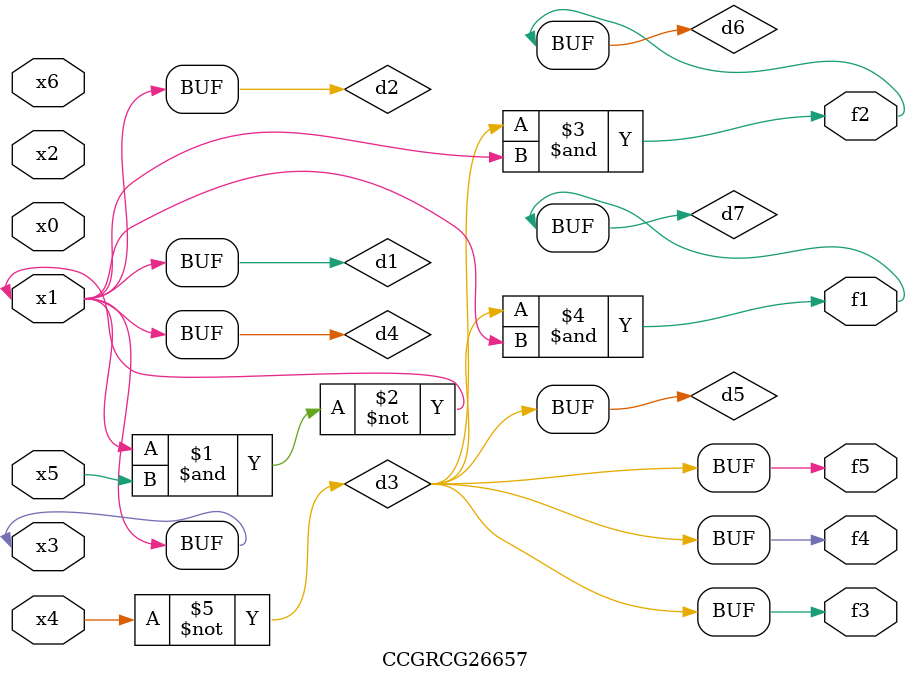
<source format=v>
module CCGRCG26657(
	input x0, x1, x2, x3, x4, x5, x6,
	output f1, f2, f3, f4, f5
);

	wire d1, d2, d3, d4, d5, d6, d7;

	buf (d1, x1, x3);
	nand (d2, x1, x5);
	not (d3, x4);
	buf (d4, d1, d2);
	buf (d5, d3);
	and (d6, d3, d4);
	and (d7, d3, d4);
	assign f1 = d7;
	assign f2 = d6;
	assign f3 = d5;
	assign f4 = d5;
	assign f5 = d5;
endmodule

</source>
